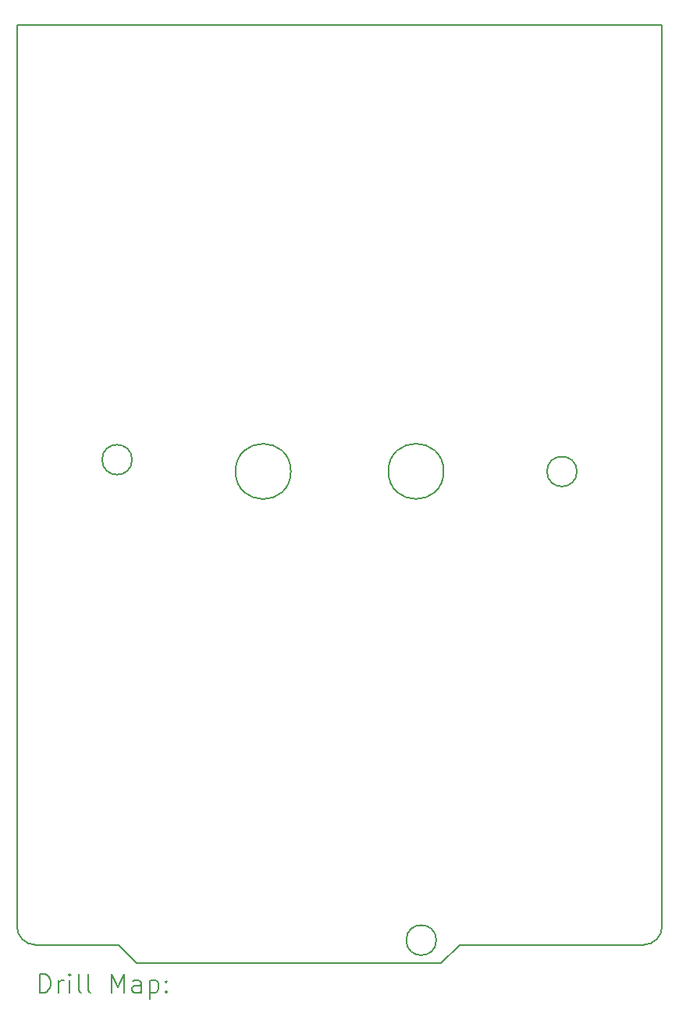
<source format=gbr>
%FSLAX45Y45*%
G04 Gerber Fmt 4.5, Leading zero omitted, Abs format (unit mm)*
G04 Created by KiCad (PCBNEW 6.0.5-a6ca702e91~116~ubuntu20.04.1) date 2022-07-24 23:29:51*
%MOMM*%
%LPD*%
G01*
G04 APERTURE LIST*
%TA.AperFunction,Profile*%
%ADD10C,0.150000*%
%TD*%
%ADD11C,0.200000*%
G04 APERTURE END LIST*
D10*
X20000000Y-2032000D02*
X13000000Y-2032000D01*
X15972000Y-6869000D02*
G75*
G03*
X15972000Y-6869000I-300000J0D01*
G01*
X14300000Y-12200000D02*
X17600000Y-12200000D01*
X19800000Y-12000000D02*
G75*
G03*
X20000000Y-11800000I0J200000D01*
G01*
X17600000Y-12200000D02*
X17800000Y-12000000D01*
X20000000Y-11800000D02*
X20000000Y-2032000D01*
X19075000Y-6870000D02*
G75*
G03*
X19075000Y-6870000I-162000J0D01*
G01*
X13000000Y-11800000D02*
X13000000Y-2032000D01*
X14249000Y-6742000D02*
G75*
G03*
X14249000Y-6742000I-162000J0D01*
G01*
X14100000Y-12000000D02*
X14300000Y-12200000D01*
X13200000Y-12000000D02*
X14100000Y-12000000D01*
X13000000Y-11800000D02*
G75*
G03*
X13200000Y-12000000I200000J0D01*
G01*
X17800000Y-12000000D02*
X19800000Y-12000000D01*
X17630000Y-6868000D02*
G75*
G03*
X17630000Y-6868000I-300000J0D01*
G01*
X17550000Y-11950000D02*
G75*
G03*
X17550000Y-11950000I-163000J0D01*
G01*
D11*
X13250119Y-12517976D02*
X13250119Y-12317976D01*
X13297738Y-12317976D01*
X13326309Y-12327500D01*
X13345357Y-12346548D01*
X13354881Y-12365595D01*
X13364405Y-12403690D01*
X13364405Y-12432262D01*
X13354881Y-12470357D01*
X13345357Y-12489405D01*
X13326309Y-12508452D01*
X13297738Y-12517976D01*
X13250119Y-12517976D01*
X13450119Y-12517976D02*
X13450119Y-12384643D01*
X13450119Y-12422738D02*
X13459643Y-12403690D01*
X13469167Y-12394167D01*
X13488214Y-12384643D01*
X13507262Y-12384643D01*
X13573928Y-12517976D02*
X13573928Y-12384643D01*
X13573928Y-12317976D02*
X13564405Y-12327500D01*
X13573928Y-12337024D01*
X13583452Y-12327500D01*
X13573928Y-12317976D01*
X13573928Y-12337024D01*
X13697738Y-12517976D02*
X13678690Y-12508452D01*
X13669167Y-12489405D01*
X13669167Y-12317976D01*
X13802500Y-12517976D02*
X13783452Y-12508452D01*
X13773928Y-12489405D01*
X13773928Y-12317976D01*
X14031071Y-12517976D02*
X14031071Y-12317976D01*
X14097738Y-12460833D01*
X14164405Y-12317976D01*
X14164405Y-12517976D01*
X14345357Y-12517976D02*
X14345357Y-12413214D01*
X14335833Y-12394167D01*
X14316786Y-12384643D01*
X14278690Y-12384643D01*
X14259643Y-12394167D01*
X14345357Y-12508452D02*
X14326309Y-12517976D01*
X14278690Y-12517976D01*
X14259643Y-12508452D01*
X14250119Y-12489405D01*
X14250119Y-12470357D01*
X14259643Y-12451309D01*
X14278690Y-12441786D01*
X14326309Y-12441786D01*
X14345357Y-12432262D01*
X14440595Y-12384643D02*
X14440595Y-12584643D01*
X14440595Y-12394167D02*
X14459643Y-12384643D01*
X14497738Y-12384643D01*
X14516786Y-12394167D01*
X14526309Y-12403690D01*
X14535833Y-12422738D01*
X14535833Y-12479881D01*
X14526309Y-12498928D01*
X14516786Y-12508452D01*
X14497738Y-12517976D01*
X14459643Y-12517976D01*
X14440595Y-12508452D01*
X14621548Y-12498928D02*
X14631071Y-12508452D01*
X14621548Y-12517976D01*
X14612024Y-12508452D01*
X14621548Y-12498928D01*
X14621548Y-12517976D01*
X14621548Y-12394167D02*
X14631071Y-12403690D01*
X14621548Y-12413214D01*
X14612024Y-12403690D01*
X14621548Y-12394167D01*
X14621548Y-12413214D01*
M02*

</source>
